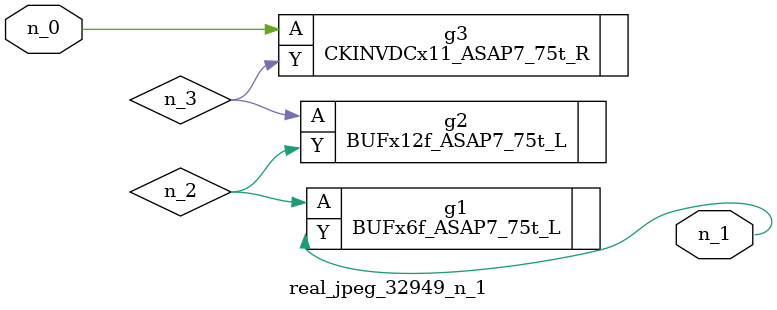
<source format=v>
module real_jpeg_32949_n_1 (n_0, n_1);

input n_0;

output n_1;

wire n_3;
wire n_2;

CKINVDCx11_ASAP7_75t_R g3 ( 
.A(n_0),
.Y(n_3)
);

BUFx6f_ASAP7_75t_L g1 ( 
.A(n_2),
.Y(n_1)
);

BUFx12f_ASAP7_75t_L g2 ( 
.A(n_3),
.Y(n_2)
);


endmodule
</source>
